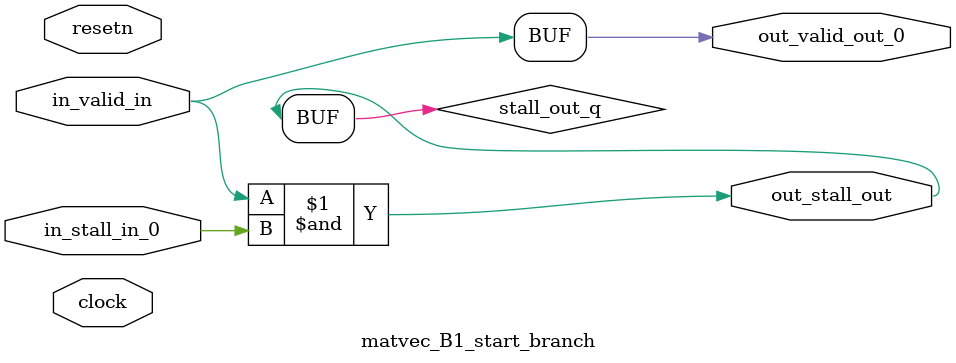
<source format=sv>



(* altera_attribute = "-name AUTO_SHIFT_REGISTER_RECOGNITION OFF; -name MESSAGE_DISABLE 10036; -name MESSAGE_DISABLE 10037; -name MESSAGE_DISABLE 14130; -name MESSAGE_DISABLE 14320; -name MESSAGE_DISABLE 15400; -name MESSAGE_DISABLE 14130; -name MESSAGE_DISABLE 10036; -name MESSAGE_DISABLE 12020; -name MESSAGE_DISABLE 12030; -name MESSAGE_DISABLE 12010; -name MESSAGE_DISABLE 12110; -name MESSAGE_DISABLE 14320; -name MESSAGE_DISABLE 13410; -name MESSAGE_DISABLE 113007; -name MESSAGE_DISABLE 10958" *)
module matvec_B1_start_branch (
    input wire [0:0] in_stall_in_0,
    input wire [0:0] in_valid_in,
    output wire [0:0] out_stall_out,
    output wire [0:0] out_valid_out_0,
    input wire clock,
    input wire resetn
    );

    wire [0:0] stall_out_q;


    // stall_out(LOGICAL,6)
    assign stall_out_q = in_valid_in & in_stall_in_0;

    // out_stall_out(GPOUT,4)
    assign out_stall_out = stall_out_q;

    // out_valid_out_0(GPOUT,5)
    assign out_valid_out_0 = in_valid_in;

endmodule

</source>
